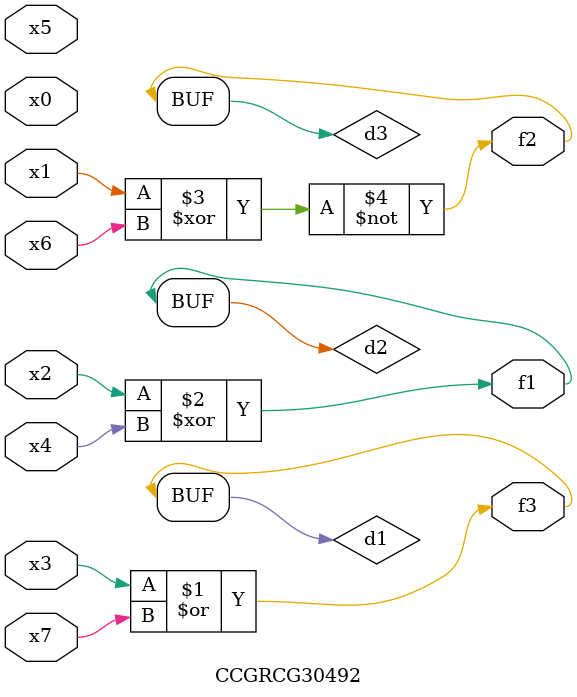
<source format=v>
module CCGRCG30492(
	input x0, x1, x2, x3, x4, x5, x6, x7,
	output f1, f2, f3
);

	wire d1, d2, d3;

	or (d1, x3, x7);
	xor (d2, x2, x4);
	xnor (d3, x1, x6);
	assign f1 = d2;
	assign f2 = d3;
	assign f3 = d1;
endmodule

</source>
